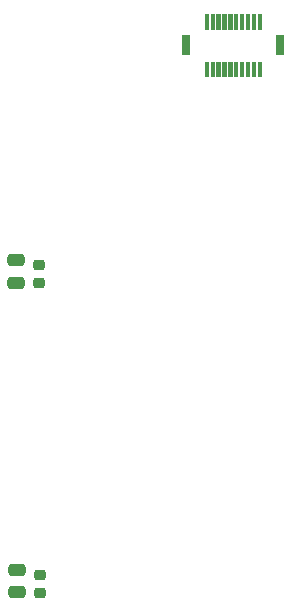
<source format=gbp>
G04 #@! TF.GenerationSoftware,KiCad,Pcbnew,(6.0.11-0)*
G04 #@! TF.CreationDate,2025-05-14T22:18:42-06:00*
G04 #@! TF.ProjectId,AnalogPCB,416e616c-6f67-4504-9342-2e6b69636164,rev?*
G04 #@! TF.SameCoordinates,Original*
G04 #@! TF.FileFunction,Paste,Bot*
G04 #@! TF.FilePolarity,Positive*
%FSLAX46Y46*%
G04 Gerber Fmt 4.6, Leading zero omitted, Abs format (unit mm)*
G04 Created by KiCad (PCBNEW (6.0.11-0)) date 2025-05-14 22:18:42*
%MOMM*%
%LPD*%
G01*
G04 APERTURE LIST*
G04 Aperture macros list*
%AMRoundRect*
0 Rectangle with rounded corners*
0 $1 Rounding radius*
0 $2 $3 $4 $5 $6 $7 $8 $9 X,Y pos of 4 corners*
0 Add a 4 corners polygon primitive as box body*
4,1,4,$2,$3,$4,$5,$6,$7,$8,$9,$2,$3,0*
0 Add four circle primitives for the rounded corners*
1,1,$1+$1,$2,$3*
1,1,$1+$1,$4,$5*
1,1,$1+$1,$6,$7*
1,1,$1+$1,$8,$9*
0 Add four rect primitives between the rounded corners*
20,1,$1+$1,$2,$3,$4,$5,0*
20,1,$1+$1,$4,$5,$6,$7,0*
20,1,$1+$1,$6,$7,$8,$9,0*
20,1,$1+$1,$8,$9,$2,$3,0*%
G04 Aperture macros list end*
%ADD10C,0.010000*%
%ADD11RoundRect,0.225000X-0.250000X0.225000X-0.250000X-0.225000X0.250000X-0.225000X0.250000X0.225000X0*%
%ADD12RoundRect,0.250000X0.475000X-0.250000X0.475000X0.250000X-0.475000X0.250000X-0.475000X-0.250000X0*%
%ADD13R,0.800000X1.800000*%
G04 APERTURE END LIST*
G36*
X77890000Y-58600000D02*
G01*
X77610000Y-58600000D01*
X77610000Y-57400000D01*
X77890000Y-57400000D01*
X77890000Y-58600000D01*
G37*
D10*
X77890000Y-58600000D02*
X77610000Y-58600000D01*
X77610000Y-57400000D01*
X77890000Y-57400000D01*
X77890000Y-58600000D01*
G36*
X80890000Y-62600000D02*
G01*
X80610000Y-62600000D01*
X80610000Y-61400000D01*
X80890000Y-61400000D01*
X80890000Y-62600000D01*
G37*
X80890000Y-62600000D02*
X80610000Y-62600000D01*
X80610000Y-61400000D01*
X80890000Y-61400000D01*
X80890000Y-62600000D01*
G36*
X79390000Y-58600000D02*
G01*
X79110000Y-58600000D01*
X79110000Y-57400000D01*
X79390000Y-57400000D01*
X79390000Y-58600000D01*
G37*
X79390000Y-58600000D02*
X79110000Y-58600000D01*
X79110000Y-57400000D01*
X79390000Y-57400000D01*
X79390000Y-58600000D01*
G36*
X80390000Y-62600000D02*
G01*
X80110000Y-62600000D01*
X80110000Y-61400000D01*
X80390000Y-61400000D01*
X80390000Y-62600000D01*
G37*
X80390000Y-62600000D02*
X80110000Y-62600000D01*
X80110000Y-61400000D01*
X80390000Y-61400000D01*
X80390000Y-62600000D01*
G36*
X79890000Y-58600000D02*
G01*
X79610000Y-58600000D01*
X79610000Y-57400000D01*
X79890000Y-57400000D01*
X79890000Y-58600000D01*
G37*
X79890000Y-58600000D02*
X79610000Y-58600000D01*
X79610000Y-57400000D01*
X79890000Y-57400000D01*
X79890000Y-58600000D01*
G36*
X78390000Y-58600000D02*
G01*
X78110000Y-58600000D01*
X78110000Y-57400000D01*
X78390000Y-57400000D01*
X78390000Y-58600000D01*
G37*
X78390000Y-58600000D02*
X78110000Y-58600000D01*
X78110000Y-57400000D01*
X78390000Y-57400000D01*
X78390000Y-58600000D01*
G36*
X80890000Y-58600000D02*
G01*
X80610000Y-58600000D01*
X80610000Y-57400000D01*
X80890000Y-57400000D01*
X80890000Y-58600000D01*
G37*
X80890000Y-58600000D02*
X80610000Y-58600000D01*
X80610000Y-57400000D01*
X80890000Y-57400000D01*
X80890000Y-58600000D01*
G36*
X81390000Y-62600000D02*
G01*
X81110000Y-62600000D01*
X81110000Y-61400000D01*
X81390000Y-61400000D01*
X81390000Y-62600000D01*
G37*
X81390000Y-62600000D02*
X81110000Y-62600000D01*
X81110000Y-61400000D01*
X81390000Y-61400000D01*
X81390000Y-62600000D01*
G36*
X82390000Y-62600000D02*
G01*
X82110000Y-62600000D01*
X82110000Y-61400000D01*
X82390000Y-61400000D01*
X82390000Y-62600000D01*
G37*
X82390000Y-62600000D02*
X82110000Y-62600000D01*
X82110000Y-61400000D01*
X82390000Y-61400000D01*
X82390000Y-62600000D01*
G36*
X82390000Y-58600000D02*
G01*
X82110000Y-58600000D01*
X82110000Y-57400000D01*
X82390000Y-57400000D01*
X82390000Y-58600000D01*
G37*
X82390000Y-58600000D02*
X82110000Y-58600000D01*
X82110000Y-57400000D01*
X82390000Y-57400000D01*
X82390000Y-58600000D01*
G36*
X81890000Y-58600000D02*
G01*
X81610000Y-58600000D01*
X81610000Y-57400000D01*
X81890000Y-57400000D01*
X81890000Y-58600000D01*
G37*
X81890000Y-58600000D02*
X81610000Y-58600000D01*
X81610000Y-57400000D01*
X81890000Y-57400000D01*
X81890000Y-58600000D01*
G36*
X79390000Y-62600000D02*
G01*
X79110000Y-62600000D01*
X79110000Y-61400000D01*
X79390000Y-61400000D01*
X79390000Y-62600000D01*
G37*
X79390000Y-62600000D02*
X79110000Y-62600000D01*
X79110000Y-61400000D01*
X79390000Y-61400000D01*
X79390000Y-62600000D01*
G36*
X80390000Y-58600000D02*
G01*
X80110000Y-58600000D01*
X80110000Y-57400000D01*
X80390000Y-57400000D01*
X80390000Y-58600000D01*
G37*
X80390000Y-58600000D02*
X80110000Y-58600000D01*
X80110000Y-57400000D01*
X80390000Y-57400000D01*
X80390000Y-58600000D01*
G36*
X81390000Y-58600000D02*
G01*
X81110000Y-58600000D01*
X81110000Y-57400000D01*
X81390000Y-57400000D01*
X81390000Y-58600000D01*
G37*
X81390000Y-58600000D02*
X81110000Y-58600000D01*
X81110000Y-57400000D01*
X81390000Y-57400000D01*
X81390000Y-58600000D01*
G36*
X79890000Y-62600000D02*
G01*
X79610000Y-62600000D01*
X79610000Y-61400000D01*
X79890000Y-61400000D01*
X79890000Y-62600000D01*
G37*
X79890000Y-62600000D02*
X79610000Y-62600000D01*
X79610000Y-61400000D01*
X79890000Y-61400000D01*
X79890000Y-62600000D01*
G36*
X77890000Y-62600000D02*
G01*
X77610000Y-62600000D01*
X77610000Y-61400000D01*
X77890000Y-61400000D01*
X77890000Y-62600000D01*
G37*
X77890000Y-62600000D02*
X77610000Y-62600000D01*
X77610000Y-61400000D01*
X77890000Y-61400000D01*
X77890000Y-62600000D01*
G36*
X78390000Y-62600000D02*
G01*
X78110000Y-62600000D01*
X78110000Y-61400000D01*
X78390000Y-61400000D01*
X78390000Y-62600000D01*
G37*
X78390000Y-62600000D02*
X78110000Y-62600000D01*
X78110000Y-61400000D01*
X78390000Y-61400000D01*
X78390000Y-62600000D01*
G36*
X78890000Y-58600000D02*
G01*
X78610000Y-58600000D01*
X78610000Y-57400000D01*
X78890000Y-57400000D01*
X78890000Y-58600000D01*
G37*
X78890000Y-58600000D02*
X78610000Y-58600000D01*
X78610000Y-57400000D01*
X78890000Y-57400000D01*
X78890000Y-58600000D01*
G36*
X78890000Y-62600000D02*
G01*
X78610000Y-62600000D01*
X78610000Y-61400000D01*
X78890000Y-61400000D01*
X78890000Y-62600000D01*
G37*
X78890000Y-62600000D02*
X78610000Y-62600000D01*
X78610000Y-61400000D01*
X78890000Y-61400000D01*
X78890000Y-62600000D01*
G36*
X81890000Y-62600000D02*
G01*
X81610000Y-62600000D01*
X81610000Y-61400000D01*
X81890000Y-61400000D01*
X81890000Y-62600000D01*
G37*
X81890000Y-62600000D02*
X81610000Y-62600000D01*
X81610000Y-61400000D01*
X81890000Y-61400000D01*
X81890000Y-62600000D01*
D11*
X63600000Y-78600000D03*
X63600000Y-80150000D03*
X63700000Y-104845000D03*
X63700000Y-106395000D03*
D12*
X61700000Y-106350000D03*
X61700000Y-104450000D03*
D13*
X84000000Y-60000000D03*
X76000000Y-60000000D03*
D12*
X61600000Y-80105000D03*
X61600000Y-78205000D03*
M02*

</source>
